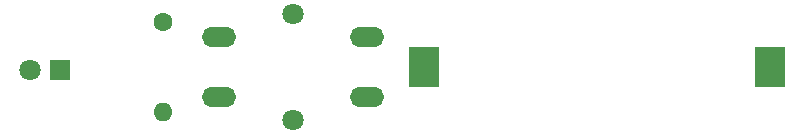
<source format=gts>
%TF.GenerationSoftware,KiCad,Pcbnew,8.0.7*%
%TF.CreationDate,2024-12-27T18:42:03+05:30*%
%TF.ProjectId,Project 1 LED torch,50726f6a-6563-4742-9031-204c45442074,1*%
%TF.SameCoordinates,Original*%
%TF.FileFunction,Soldermask,Top*%
%TF.FilePolarity,Negative*%
%FSLAX46Y46*%
G04 Gerber Fmt 4.6, Leading zero omitted, Abs format (unit mm)*
G04 Created by KiCad (PCBNEW 8.0.7) date 2024-12-27 18:42:03*
%MOMM*%
%LPD*%
G01*
G04 APERTURE LIST*
%ADD10C,1.800000*%
%ADD11R,1.800000X1.800000*%
%ADD12O,2.900000X1.700000*%
%ADD13R,2.540000X3.510000*%
%ADD14C,1.600000*%
%ADD15O,1.600000X1.600000*%
G04 APERTURE END LIST*
D10*
%TO.C,D1*%
X107485000Y-107000000D03*
D11*
X110025000Y-107000000D03*
%TD*%
D10*
%TO.C,SW1*%
X129750000Y-102250000D03*
X129750000Y-111250000D03*
D12*
X123500000Y-104250000D03*
X136000000Y-104250000D03*
X123500000Y-109250000D03*
X136000000Y-109250000D03*
%TD*%
D13*
%TO.C,BT1*%
X170180000Y-106750000D03*
X140820000Y-106750000D03*
%TD*%
D14*
%TO.C,R1*%
X118750000Y-102940000D03*
D15*
X118750000Y-110560000D03*
%TD*%
M02*

</source>
